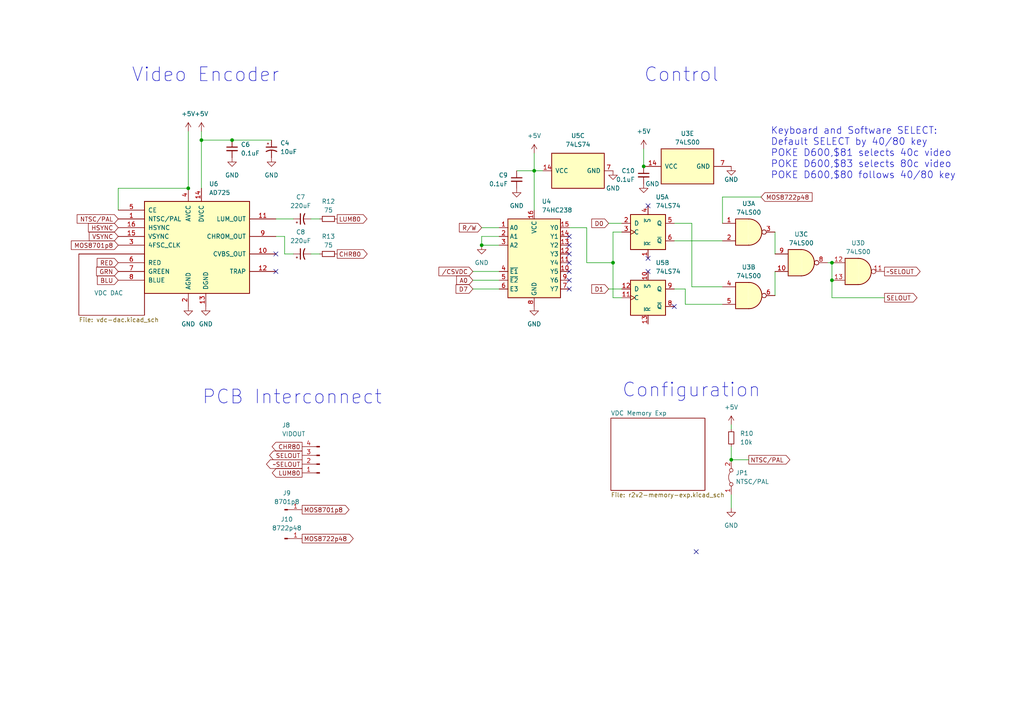
<source format=kicad_sch>
(kicad_sch (version 20230121) (generator eeschema)
  (paper "A4")
  (title_block (title "R2V2 - Commodore 128 Video Switcher") (date "2024-04-21") (rev "A") (company "©2024 Brian Holdsworth") (comment 1 "Many thanks to Steve Gray and Johan Grip for Technical help & Encouragement") (comment 2 "License CC-BY-SA 4.0") (comment 3 "Open Source Hardware"))
  (lib_symbols
    (symbol "74xx:74HC238"
      (property "Reference" "U" (at -7.62 13.97 0))
      (property "Value" "74HC238" (at 2.54 -11.43 0))
      (symbol "74HC238_0_1"
        (rectangle (start -7.62 12.7) (end 7.62 -10.16) (stroke (width 0.254)) (fill (type background)))
      )
      (symbol "74HC238_1_1"
        (pin input line (at -10.16 10.16 0) (length 2.54) (name "A0") (number "1"))
        (pin output line (at 10.16 -2.54 180) (length 2.54) (name "Y5") (number "10"))
        (pin output line (at 10.16 0 180) (length 2.54) (name "Y4") (number "11"))
        (pin output line (at 10.16 2.54 180) (length 2.54) (name "Y3") (number "12"))
        (pin output line (at 10.16 5.08 180) (length 2.54) (name "Y2") (number "13"))
        (pin output line (at 10.16 7.62 180) (length 2.54) (name "Y1") (number "14"))
        (pin output line (at 10.16 10.16 180) (length 2.54) (name "Y0") (number "15"))
        (pin power_in line (at 0 15.24 270) (length 2.54) (name "VCC") (number "16"))
        (pin input line (at -10.16 7.62 0) (length 2.54) (name "A1") (number "2"))
        (pin input line (at -10.16 5.08 0) (length 2.54) (name "A2") (number "3"))
        (pin input line (at -10.16 -2.54 0) (length 2.54) (name "~{E1}") (number "4"))
        (pin input line (at -10.16 -5.08 0) (length 2.54) (name "~{E2}") (number "5"))
        (pin input line (at -10.16 -7.62 0) (length 2.54) (name "E3") (number "6"))
        (pin output line (at 10.16 -7.62 180) (length 2.54) (name "Y7") (number "7"))
        (pin power_in line (at 0 -12.7 90) (length 2.54) (name "GND") (number "8"))
        (pin output line (at 10.16 -5.08 180) (length 2.54) (name "Y6") (number "9"))
      )
    )
    (symbol "74xx:74LS00" (pin_names (offset 1.016))
      (property "Reference" "U" (at 0 1.27 0))
      (property "Value" "74LS00" (at 0 -1.27 0))
      (symbol "74LS00_1_1"
        (arc (start 0 -3.81) (mid 3.7934 0) (end 0 3.81) (stroke (width 0.254)) (fill (type background)))
        (polyline (pts (xy 0 3.81) (xy -3.81 3.81) (xy -3.81 -3.81) (xy 0 -3.81)) (stroke (width 0.254)) (fill (type background)))
        (pin input line (at -7.62 2.54 0) (length 3.81) (name "~") (number "1"))
        (pin input line (at -7.62 -2.54 0) (length 3.81) (name "~") (number "2"))
        (pin output inverted (at 7.62 0 180) (length 3.81) (name "~") (number "3"))
      )
      (symbol "74LS00_1_2"
        (arc (start -3.81 -3.81) (mid -2.589 0) (end -3.81 3.81) (stroke (width 0.254)))
        (arc (start -0.6096 -3.81) (mid 2.1842 -2.5851) (end 3.81 0) (stroke (width 0.254)) (fill (type background)))
        (polyline (pts (xy -3.81 -3.81) (xy -0.635 -3.81)) (stroke (width 0.254)) (fill (type background)))
        (polyline (pts (xy -3.81 3.81) (xy -0.635 3.81)) (stroke (width 0.254)) (fill (type background)))
        (polyline (pts (xy -0.635 3.81) (xy -3.81 3.81) (xy -3.81 3.81) (xy -3.556 3.4036) (xy -3.0226 2.2606) (xy -2.6924 1.0414) (xy -2.6162 -0.254) (xy -2.7686 -1.4986) (xy -3.175 -2.7178) (xy -3.81 -3.81) (xy -3.81 -3.81) (xy -0.635 -3.81)) (stroke (width -25.4)) (fill (type background)))
        (arc (start 3.81 0) (mid 2.1915 2.5936) (end -0.6096 3.81) (stroke (width 0.254)) (fill (type background)))
        (pin input inverted (at -7.62 2.54 0) (length 4.318) (name "~") (number "1"))
        (pin input inverted (at -7.62 -2.54 0) (length 4.318) (name "~") (number "2"))
        (pin output line (at 7.62 0 180) (length 3.81) (name "~") (number "3"))
      )
      (symbol "74LS00_2_1"
        (arc (start 0 -3.81) (mid 3.7934 0) (end 0 3.81) (stroke (width 0.254)) (fill (type background)))
        (polyline (pts (xy 0 3.81) (xy -3.81 3.81) (xy -3.81 -3.81) (xy 0 -3.81)) (stroke (width 0.254)) (fill (type background)))
        (pin input line (at -7.62 2.54 0) (length 3.81) (name "~") (number "4"))
        (pin input line (at -7.62 -2.54 0) (length 3.81) (name "~") (number "5"))
        (pin output inverted (at 7.62 0 180) (length 3.81) (name "~") (number "6"))
      )
      (symbol "74LS00_2_2"
        (arc (start -3.81 -3.81) (mid -2.589 0) (end -3.81 3.81) (stroke (width 0.254)))
        (arc (start -0.6096 -3.81) (mid 2.1842 -2.5851) (end 3.81 0) (stroke (width 0.254)) (fill (type background)))
        (polyline (pts (xy -3.81 -3.81) (xy -0.635 -3.81)) (stroke (width 0.254)) (fill (type background)))
        (polyline (pts (xy -3.81 3.81) (xy -0.635 3.81)) (stroke (width 0.254)) (fill (type background)))
        (polyline (pts (xy -0.635 3.81) (xy -3.81 3.81) (xy -3.81 3.81) (xy -3.556 3.4036) (xy -3.0226 2.2606) (xy -2.6924 1.0414) (xy -2.6162 -0.254) (xy -2.7686 -1.4986) (xy -3.175 -2.7178) (xy -3.81 -3.81) (xy -3.81 -3.81) (xy -0.635 -3.81)) (stroke (width -25.4)) (fill (type background)))
        (arc (start 3.81 0) (mid 2.1915 2.5936) (end -0.6096 3.81) (stroke (width 0.254)) (fill (type background)))
        (pin input inverted (at -7.62 2.54 0) (length 4.318) (name "~") (number "4"))
        (pin input inverted (at -7.62 -2.54 0) (length 4.318) (name "~") (number "5"))
        (pin output line (at 7.62 0 180) (length 3.81) (name "~") (number "6"))
      )
      (symbol "74LS00_3_1"
        (arc (start 0 -3.81) (mid 3.7934 0) (end 0 3.81) (stroke (width 0.254)) (fill (type background)))
        (polyline (pts (xy 0 3.81) (xy -3.81 3.81) (xy -3.81 -3.81) (xy 0 -3.81)) (stroke (width 0.254)) (fill (type background)))
        (pin input line (at -7.62 -2.54 0) (length 3.81) (name "~") (number "10"))
        (pin output inverted (at 7.62 0 180) (length 3.81) (name "~") (number "8"))
        (pin input line (at -7.62 2.54 0) (length 3.81) (name "~") (number "9"))
      )
      (symbol "74LS00_3_2"
        (arc (start -3.81 -3.81) (mid -2.589 0) (end -3.81 3.81) (stroke (width 0.254)))
        (arc (start -0.6096 -3.81) (mid 2.1842 -2.5851) (end 3.81 0) (stroke (width 0.254)) (fill (type background)))
        (polyline (pts (xy -3.81 -3.81) (xy -0.635 -3.81)) (stroke (width 0.254)) (fill (type background)))
        (polyline (pts (xy -3.81 3.81) (xy -0.635 3.81)) (stroke (width 0.254)) (fill (type background)))
        (polyline (pts (xy -0.635 3.81) (xy -3.81 3.81) (xy -3.81 3.81) (xy -3.556 3.4036) (xy -3.0226 2.2606) (xy -2.6924 1.0414) (xy -2.6162 -0.254) (xy -2.7686 -1.4986) (xy -3.175 -2.7178) (xy -3.81 -3.81) (xy -3.81 -3.81) (xy -0.635 -3.81)) (stroke (width -25.4)) (fill (type background)))
        (arc (start 3.81 0) (mid 2.1915 2.5936) (end -0.6096 3.81) (stroke (width 0.254)) (fill (type background)))
        (pin input inverted (at -7.62 -2.54 0) (length 4.318) (name "~") (number "10"))
        (pin output line (at 7.62 0 180) (length 3.81) (name "~") (number "8"))
        (pin input inverted (at -7.62 2.54 0) (length 4.318) (name "~") (number "9"))
      )
      (symbol "74LS00_4_1"
        (arc (start 0 -3.81) (mid 3.7934 0) (end 0 3.81) (stroke (width 0.254)) (fill (type background)))
        (polyline (pts (xy 0 3.81) (xy -3.81 3.81) (xy -3.81 -3.81) (xy 0 -3.81)) (stroke (width 0.254)) (fill (type background)))
        (pin output inverted (at 7.62 0 180) (length 3.81) (name "~") (number "11"))
        (pin input line (at -7.62 2.54 0) (length 3.81) (name "~") (number "12"))
        (pin input line (at -7.62 -2.54 0) (length 3.81) (name "~") (number "13"))
      )
      (symbol "74LS00_4_2"
        (arc (start -3.81 -3.81) (mid -2.589 0) (end -3.81 3.81) (stroke (width 0.254)))
        (arc (start -0.6096 -3.81) (mid 2.1842 -2.5851) (end 3.81 0) (stroke (width 0.254)) (fill (type background)))
        (polyline (pts (xy -3.81 -3.81) (xy -0.635 -3.81)) (stroke (width 0.254)) (fill (type background)))
        (polyline (pts (xy -3.81 3.81) (xy -0.635 3.81)) (stroke (width 0.254)) (fill (type background)))
        (polyline (pts (xy -0.635 3.81) (xy -3.81 3.81) (xy -3.81 3.81) (xy -3.556 3.4036) (xy -3.0226 2.2606) (xy -2.6924 1.0414) (xy -2.6162 -0.254) (xy -2.7686 -1.4986) (xy -3.175 -2.7178) (xy -3.81 -3.81) (xy -3.81 -3.81) (xy -0.635 -3.81)) (stroke (width -25.4)) (fill (type background)))
        (arc (start 3.81 0) (mid 2.1915 2.5936) (end -0.6096 3.81) (stroke (width 0.254)) (fill (type background)))
        (pin output line (at 7.62 0 180) (length 3.81) (name "~") (number "11"))
        (pin input inverted (at -7.62 2.54 0) (length 4.318) (name "~") (number "12"))
        (pin input inverted (at -7.62 -2.54 0) (length 4.318) (name "~") (number "13"))
      )
      (symbol "74LS00_5_0"
        (pin power_in line (at 0 12.7 270) (length 5.08) (name "VCC") (number "14"))
        (pin power_in line (at 0 -12.7 90) (length 5.08) (name "GND") (number "7"))
      )
      (symbol "74LS00_5_1"
        (rectangle (start -5.08 7.62) (end 5.08 -7.62) (stroke (width 0.254)) (fill (type background)))
      )
    )
    (symbol "74xx:74LS74" (pin_names (offset 1.016))
      (property "Reference" "U" (at -7.62 8.89 0))
      (property "Value" "74LS74" (at -7.62 -8.89 0))
      (symbol "74LS74_1_0"
        (pin input line (at 0 -7.62 90) (length 2.54) (name "~{R}") (number "1"))
        (pin input line (at -7.62 2.54 0) (length 2.54) (name "D") (number "2"))
        (pin input clock (at -7.62 0 0) (length 2.54) (name "C") (number "3"))
        (pin input line (at 0 7.62 270) (length 2.54) (name "~{S}") (number "4"))
        (pin output line (at 7.62 2.54 180) (length 2.54) (name "Q") (number "5"))
        (pin output line (at 7.62 -2.54 180) (length 2.54) (name "~{Q}") (number "6"))
      )
      (symbol "74LS74_1_1"
        (rectangle (start -5.08 5.08) (end 5.08 -5.08) (stroke (width 0.254)) (fill (type background)))
      )
      (symbol "74LS74_2_0"
        (pin input line (at 0 7.62 270) (length 2.54) (name "~{S}") (number "10"))
        (pin input clock (at -7.62 0 0) (length 2.54) (name "C") (number "11"))
        (pin input line (at -7.62 2.54 0) (length 2.54) (name "D") (number "12"))
        (pin input line (at 0 -7.62 90) (length 2.54) (name "~{R}") (number "13"))
        (pin output line (at 7.62 -2.54 180) (length 2.54) (name "~{Q}") (number "8"))
        (pin output line (at 7.62 2.54 180) (length 2.54) (name "Q") (number "9"))
      )
      (symbol "74LS74_2_1"
        (rectangle (start -5.08 5.08) (end 5.08 -5.08) (stroke (width 0.254)) (fill (type background)))
      )
      (symbol "74LS74_3_0"
        (pin power_in line (at 0 10.16 270) (length 2.54) (name "VCC") (number "14"))
        (pin power_in line (at 0 -10.16 90) (length 2.54) (name "GND") (number "7"))
      )
      (symbol "74LS74_3_1"
        (rectangle (start -5.08 7.62) (end 5.08 -7.62) (stroke (width 0.254)) (fill (type background)))
      )
    )
    (symbol "Connector:Conn_01x01_Pin" (pin_names (offset 1.016) hide)
      (property "Reference" "J" (at 0 2.54 0))
      (property "Value" "Conn_01x01_Pin" (at 0 -2.54 0))
      (symbol "Conn_01x01_Pin_1_1"
        (polyline (pts (xy 1.27 0) (xy 0.8636 0)) (stroke (width 0.1524)))
        (rectangle (start 0.8636 0.127) (end 0 -0.127) (stroke (width 0.1524)) (fill (type outline)))
        (pin passive line (at 5.08 0 180) (length 3.81) (name "Pin_1") (number "1"))
      )
    )
    (symbol "Connector:Conn_01x04_Pin" (pin_names (offset 1.016) hide)
      (property "Reference" "J" (at 0 5.08 0))
      (property "Value" "Conn_01x04_Pin" (at 0 -7.62 0))
      (symbol "Conn_01x04_Pin_1_1"
        (polyline (pts (xy 1.27 -5.08) (xy 0.8636 -5.08)) (stroke (width 0.1524)))
        (polyline (pts (xy 1.27 -2.54) (xy 0.8636 -2.54)) (stroke (width 0.1524)))
        (polyline (pts (xy 1.27 0) (xy 0.8636 0)) (stroke (width 0.1524)))
        (polyline (pts (xy 1.27 2.54) (xy 0.8636 2.54)) (stroke (width 0.1524)))
        (rectangle (start 0.8636 -4.953) (end 0 -5.207) (stroke (width 0.1524)) (fill (type outline)))
        (rectangle (start 0.8636 -2.413) (end 0 -2.667) (stroke (width 0.1524)) (fill (type outline)))
        (rectangle (start 0.8636 0.127) (end 0 -0.127) (stroke (width 0.1524)) (fill (type outline)))
        (rectangle (start 0.8636 2.667) (end 0 2.413) (stroke (width 0.1524)) (fill (type outline)))
        (pin passive line (at 5.08 2.54 180) (length 3.81) (name "Pin_1") (number "1"))
        (pin passive line (at 5.08 0 180) (length 3.81) (name "Pin_2") (number "2"))
        (pin passive line (at 5.08 -2.54 180) (length 3.81) (name "Pin_3") (number "3"))
        (pin passive line (at 5.08 -5.08 180) (length 3.81) (name "Pin_4") (number "4"))
      )
    )
    (symbol "Device:C_Polarized_Small_US" (pin_numbers hide) (pin_names (offset 0.254) hide)
      (property "Reference" "C" (at 0.254 1.778 0))
      (property "Value" "C_Polarized_Small_US" (at 0.254 -2.032 0))
      (symbol "C_Polarized_Small_US_0_1"
        (polyline (pts (xy -1.524 0.508) (xy 1.524 0.508)) (stroke (width 0.3048)))
        (polyline (pts (xy -1.27 1.524) (xy -0.762 1.524)))
        (polyline (pts (xy -1.016 1.27) (xy -1.016 1.778)))
        (arc (start 1.524 -0.762) (mid 0 -0.3734) (end -1.524 -0.762) (stroke (width 0.3048)))
      )
      (symbol "C_Polarized_Small_US_1_1"
        (pin passive line (at 0 2.54 270) (length 2.032) (name "~") (number "1"))
        (pin passive line (at 0 -2.54 90) (length 2.032) (name "~") (number "2"))
      )
    )
    (symbol "Device:C_Small" (pin_numbers hide) (pin_names (offset 0.254) hide)
      (property "Reference" "C" (at 0.254 1.778 0))
      (property "Value" "C_Small" (at 0.254 -2.032 0))
      (symbol "C_Small_0_1"
        (polyline (pts (xy -1.524 -0.508) (xy 1.524 -0.508)) (stroke (width 0.3302)))
        (polyline (pts (xy -1.524 0.508) (xy 1.524 0.508)) (stroke (width 0.3048)))
      )
      (symbol "C_Small_1_1"
        (pin passive line (at 0 2.54 270) (length 2.032) (name "~") (number "1"))
        (pin passive line (at 0 -2.54 90) (length 2.032) (name "~") (number "2"))
      )
    )
    (symbol "Device:R_Small" (pin_numbers hide) (pin_names (offset 0.254) hide)
      (property "Reference" "R" (at 0.762 0.508 0))
      (property "Value" "R_Small" (at 0.762 -1.016 0))
      (symbol "R_Small_0_1"
        (rectangle (start -0.762 1.778) (end 0.762 -1.778) (stroke (width 0.2032)))
      )
      (symbol "R_Small_1_1"
        (pin passive line (at 0 2.54 270) (length 0.762) (name "~") (number "1"))
        (pin passive line (at 0 -2.54 90) (length 0.762) (name "~") (number "2"))
      )
    )
    (symbol "Jumper:Jumper_2_Bridged" (pin_names (offset 0) hide)
      (property "Reference" "JP" (at 0 1.905 0))
      (property "Value" "Jumper_2_Bridged" (at 0 -2.54 0))
      (symbol "Jumper_2_Bridged_0_0"
        (circle (center -2.032 0) (radius 0.508))
        (circle (center 2.032 0) (radius 0.508))
      )
      (symbol "Jumper_2_Bridged_0_1"
        (arc (start 1.524 0.254) (mid 0 0.762) (end -1.524 0.254))
      )
      (symbol "Jumper_2_Bridged_1_1"
        (pin passive line (at -5.08 0 0) (length 2.54) (name "A") (number "1"))
        (pin passive line (at 5.08 0 180) (length 2.54) (name "B") (number "2"))
      )
    )
    (symbol "Video:AD725" (pin_names (offset 1.016))
      (property "Reference" "U" (at -13.97 13.97 0))
      (property "Value" "AD725" (at 12.7 13.97 0))
      (symbol "AD725_0_1"
        (rectangle (start -15.24 12.7) (end 15.24 -13.97) (stroke (width 0.254)) (fill (type background)))
      )
      (symbol "AD725_1_1"
        (pin input line (at -22.86 7.62 0) (length 7.62) (name "NTSC/PAL") (number "1"))
        (pin output line (at 22.86 -2.54 180) (length 7.62) (name "CVBS_OUT") (number "10"))
        (pin output line (at 22.86 7.62 180) (length 7.62) (name "LUM_OUT") (number "11"))
        (pin input line (at 22.86 -7.62 180) (length 7.62) (name "TRAP") (number "12"))
        (pin power_in line (at 2.54 -17.78 90) (length 3.81) (name "DGND") (number "13"))
        (pin power_in line (at 1.27 16.51 270) (length 3.81) (name "DVCC") (number "14"))
        (pin input line (at -22.86 2.54 0) (length 7.62) (name "VSYNC") (number "15"))
        (pin input line (at -22.86 5.08 0) (length 7.62) (name "HSYNC") (number "16"))
        (pin power_in line (at -2.54 -17.78 90) (length 3.81) (name "AGND") (number "2"))
        (pin input line (at -22.86 0 0) (length 7.62) (name "4FSC_CLK") (number "3"))
        (pin power_in line (at -2.54 16.51 270) (length 3.81) (name "AVCC") (number "4"))
        (pin power_in line (at -22.86 10.16 0) (length 7.62) (name "CE") (number "5"))
        (pin input line (at -22.86 -5.08 0) (length 7.62) (name "RED") (number "6"))
        (pin input line (at -22.86 -7.62 0) (length 7.62) (name "GREEN") (number "7"))
        (pin input line (at -22.86 -10.16 0) (length 7.62) (name "BLUE") (number "8"))
        (pin output line (at 22.86 2.54 180) (length 7.62) (name "CHROM_OUT") (number "9"))
      )
    )
    (symbol "power:+5V" (power) (pin_names (offset 0))
      (property "Value" "+5V" (at 0 3.556 0))
      (symbol "+5V_0_1"
        (polyline (pts (xy -0.762 1.27) (xy 0 2.54)))
        (polyline (pts (xy 0 0) (xy 0 2.54)))
        (polyline (pts (xy 0 2.54) (xy 0.762 1.27)))
      )
      (symbol "+5V_1_1"
        (pin power_in line (at 0 0 90) (length 0) hide (name "+5V") (number "1"))
      )
    )
    (symbol "power:GND" (power) (pin_names (offset 0))
      (property "Value" "GND" (at 0 -3.81 0))
      (symbol "GND_0_1"
        (polyline (pts (xy 0 0) (xy 0 -1.27) (xy 1.27 -1.27) (xy 0 -2.54) (xy -1.27 -1.27) (xy 0 -1.27)))
      )
      (symbol "GND_1_1"
        (pin power_in line (at 0 0 270) (length 0) hide (name "GND") (number "1"))
      )
    )
  )
  (junction (at 212.09 133.35))
  (junction (at 241.3 81.28))
  (junction (at 177.8 76.2))
  (junction (at 186.69 48.26))
  (junction (at 58.42 40.64))
  (junction (at 139.7 71.12))
  (junction (at 67.31 40.64))
  (junction (at 241.3 76.2))
  (junction (at 154.94 49.53))
  (junction (at 54.61 54.61))
  (no_connect (at 201.93 160.02))
  (no_connect (at 187.96 78.74))
  (no_connect (at 165.1 81.28))
  (no_connect (at 187.96 59.69))
  (no_connect (at 165.1 68.58))
  (no_connect (at 195.58 88.9))
  (no_connect (at 165.1 73.66))
  (no_connect (at 165.1 78.74))
  (no_connect (at 165.1 83.82))
  (no_connect (at 165.1 76.2))
  (no_connect (at 187.96 74.93))
  (no_connect (at 165.1 71.12))
  (no_connect (at 80.01 73.66))
  (no_connect (at 80.01 78.74))
  (wire (pts (xy 139.7 66.04) (xy 144.78 66.04)))
  (wire (pts (xy 137.16 81.28) (xy 144.78 81.28)))
  (wire (pts (xy 90.17 63.5) (xy 92.71 63.5)))
  (wire (pts (xy 224.79 85.725) (xy 224.79 78.74)))
  (wire (pts (xy 217.17 133.35) (xy 212.09 133.35)))
  (wire (pts (xy 137.16 83.82) (xy 144.78 83.82)))
  (wire (pts (xy 154.94 49.53) (xy 154.94 60.96)))
  (wire (pts (xy 198.755 83.82) (xy 198.755 88.265)))
  (wire (pts (xy 139.7 68.58) (xy 139.7 71.12)))
  (wire (pts (xy 80.01 63.5) (xy 85.09 63.5)))
  (wire (pts (xy 256.54 86.36) (xy 241.3 86.36)))
  (wire (pts (xy 67.31 40.64) (xy 78.74 40.64)))
  (wire (pts (xy 58.42 38.1) (xy 58.42 40.64)))
  (wire (pts (xy 58.42 40.64) (xy 67.31 40.64)))
  (wire (pts (xy 54.61 38.1) (xy 54.61 54.61)))
  (wire (pts (xy 212.09 123.19) (xy 212.09 124.46)))
  (wire (pts (xy 82.55 68.58) (xy 82.55 73.66)))
  (wire (pts (xy 137.16 78.74) (xy 144.78 78.74)))
  (wire (pts (xy 186.69 43.18) (xy 186.69 48.26)))
  (wire (pts (xy 177.8 67.31) (xy 177.8 76.2)))
  (wire (pts (xy 195.58 69.85) (xy 209.55 69.85)))
  (wire (pts (xy 212.09 129.54) (xy 212.09 133.35)))
  (wire (pts (xy 176.53 64.77) (xy 180.34 64.77)))
  (wire (pts (xy 90.17 73.66) (xy 92.71 73.66)))
  (wire (pts (xy 34.29 54.61) (xy 54.61 54.61)))
  (wire (pts (xy 165.1 66.04) (xy 170.18 66.04)))
  (wire (pts (xy 154.94 44.45) (xy 154.94 49.53)))
  (wire (pts (xy 195.58 64.77) (xy 200.66 64.77)))
  (wire (pts (xy 34.29 54.61) (xy 34.29 60.96)))
  (wire (pts (xy 240.03 76.2) (xy 241.3 76.2)))
  (wire (pts (xy 58.42 40.64) (xy 58.42 54.61)))
  (wire (pts (xy 170.18 76.2) (xy 177.8 76.2)))
  (wire (pts (xy 224.79 67.31) (xy 224.79 73.66)))
  (wire (pts (xy 195.58 83.82) (xy 198.755 83.82)))
  (wire (pts (xy 170.18 66.04) (xy 170.18 76.2)))
  (wire (pts (xy 220.726 57.15) (xy 209.55 57.15)))
  (wire (pts (xy 154.94 49.53) (xy 157.48 49.53)))
  (wire (pts (xy 198.755 88.265) (xy 209.55 88.265)))
  (wire (pts (xy 139.7 68.58) (xy 144.78 68.58)))
  (wire (pts (xy 200.66 64.77) (xy 200.66 83.185)))
  (wire (pts (xy 177.8 86.36) (xy 180.34 86.36)))
  (wire (pts (xy 82.55 73.66) (xy 85.09 73.66)))
  (wire (pts (xy 177.8 67.31) (xy 180.34 67.31)))
  (wire (pts (xy 139.7 71.12) (xy 144.78 71.12)))
  (wire (pts (xy 149.86 49.53) (xy 154.94 49.53)))
  (wire (pts (xy 177.8 76.2) (xy 177.8 86.36)))
  (wire (pts (xy 212.09 143.51) (xy 212.09 147.32)))
  (wire (pts (xy 80.01 68.58) (xy 82.55 68.58)))
  (wire (pts (xy 241.3 86.36) (xy 241.3 81.28)))
  (wire (pts (xy 209.55 57.15) (xy 209.55 64.77)))
  (wire (pts (xy 241.3 81.28) (xy 241.3 76.2)))
  (wire (pts (xy 200.66 83.185) (xy 209.55 83.185)))
  (wire (pts (xy 176.53 83.82) (xy 180.34 83.82)))
  (text "Control" (at 186.69 24.13 0) (effects (font (size 4 4)) (justify left bottom)))
  (text "Video Encoder" (at 38.1 24.13 0) (effects (font (size 4 4)) (justify left bottom)))
  (text "Keyboard and Software SELECT:\nDefault SELECT by 40/80 key\nPOKE D600,$81 selects 40c video\nPOKE D600,$83 selects 80c video\nPOKE D600,$80 follows 40/80 key" (at 223.52 52.07 0) (effects (font (size 2 2)) (justify left bottom)))
  (text "Configuration" (at 180.34 115.57 0) (effects (font (size 4 4)) (justify left bottom)))
  (text "PCB Interconnect" (at 58.547 117.602 0) (effects (font (size 4 4)) (justify left bottom)))
  (global_label "CHR80" (shape output) (at 87.63 129.54 180) (property "Intersheetrefs" "${INTERSHEET_REFS}" (effects hide)))
  (global_label "~SELOUT" (shape output) (at 87.63 134.62 180) (property "Intersheetrefs" "${INTERSHEET_REFS}" (effects hide)))
  (global_label "D0" (shape input) (at 176.53 64.77 180) (property "Intersheetrefs" "${INTERSHEET_REFS}" (effects hide)))
  (global_label "D7" (shape input) (at 137.16 83.82 180) (property "Intersheetrefs" "${INTERSHEET_REFS}" (effects hide)))
  (global_label "NTSC{slash}PAL" (shape output) (at 217.17 133.35 0) (property "Intersheetrefs" "${INTERSHEET_REFS}" (effects hide)))
  (global_label "VSYNC" (shape input) (at 34.29 68.58 180) (property "Intersheetrefs" "${INTERSHEET_REFS}" (effects hide)))
  (global_label "MOS8722p48" (shape output) (at 87.63 156.21 0) (property "Intersheetrefs" "${INTERSHEET_REFS}" (effects hide)))
  (global_label "LUM80" (shape output) (at 97.79 63.5 0) (property "Intersheetrefs" "${INTERSHEET_REFS}" (effects hide)))
  (global_label "MOS8701p8" (shape output) (at 87.63 147.828 0) (property "Intersheetrefs" "${INTERSHEET_REFS}" (effects hide)))
  (global_label "LUM80" (shape output) (at 87.63 137.16 180) (property "Intersheetrefs" "${INTERSHEET_REFS}" (effects hide)))
  (global_label "HSYNC" (shape input) (at 34.29 66.04 180) (property "Intersheetrefs" "${INTERSHEET_REFS}" (effects hide)))
  (global_label "SELOUT" (shape output) (at 87.63 132.08 180) (property "Intersheetrefs" "${INTERSHEET_REFS}" (effects hide)))
  (global_label "GRN" (shape input) (at 34.29 78.74 180) (property "Intersheetrefs" "${INTERSHEET_REFS}" (effects hide)))
  (global_label "{slash}CSVDC" (shape input) (at 137.16 78.74 180) (property "Intersheetrefs" "${INTERSHEET_REFS}" (effects hide)))
  (global_label "CHR80" (shape output) (at 97.79 73.66 0) (property "Intersheetrefs" "${INTERSHEET_REFS}" (effects hide)))
  (global_label "~SELOUT" (shape output) (at 256.54 78.74 0) (property "Intersheetrefs" "${INTERSHEET_REFS}" (effects hide)))
  (global_label "A0" (shape input) (at 137.16 81.28 180) (property "Intersheetrefs" "${INTERSHEET_REFS}" (effects hide)))
  (global_label "MOS8722p48" (shape input) (at 220.726 57.15 0) (property "Intersheetrefs" "${INTERSHEET_REFS}" (effects hide)))
  (global_label "MOS8701p8" (shape input) (at 34.29 71.12 180) (property "Intersheetrefs" "${INTERSHEET_REFS}" (effects hide)))
  (global_label "SELOUT" (shape output) (at 256.54 86.36 0) (property "Intersheetrefs" "${INTERSHEET_REFS}" (effects hide)))
  (global_label "D1" (shape input) (at 176.53 83.82 180) (property "Intersheetrefs" "${INTERSHEET_REFS}" (effects hide)))
  (global_label "NTSC{slash}PAL" (shape input) (at 34.29 63.5 180) (property "Intersheetrefs" "${INTERSHEET_REFS}" (effects hide)))
  (global_label "R{slash}W" (shape input) (at 139.7 66.04 180) (property "Intersheetrefs" "${INTERSHEET_REFS}" (effects hide)))
  (global_label "RED" (shape input) (at 34.29 76.2 180) (property "Intersheetrefs" "${INTERSHEET_REFS}" (effects hide)))
  (global_label "BLU" (shape input) (at 34.29 81.28 180) (property "Intersheetrefs" "${INTERSHEET_REFS}" (effects hide)))
  (symbol (lib_id "74xx:74HC238") (at 154.94 76.2 0) (unit 1)
    (property "Reference" "U4" (at 157.1341 58.42 0) (effects (justify left)))
    (property "Value" "74HC238" (at 157.1341 60.96 0) (effects (justify left)))
    (property "Footprint" "Package_SO:SOIC-16_3.9x9.9mm_P1.27mm" (effects hide))
    (property "Datasheet" "https://www.ti.com/lit/ds/symlink/cd74hc238.pdf" (effects hide))
  )
  (symbol (lib_id "Device:C_Polarized_Small_US") (at 78.74 43.18 0) (unit 1)
    (property "Reference" "C4" (at 81.28 41.4782 0) (effects (justify left)))
    (property "Value" "10uF" (at 81.28 44.0182 0) (effects (justify left)))
    (property "Footprint" "Capacitor_SMD:C_1206_3216Metric" (effects hide))
  )
  (symbol (lib_id "power:GND") (at 177.8 49.53 0) (unit 1)
    (property "Reference" "#PWR031" (effects hide))
    (property "Value" "GND" (at 177.8 54.61 0))
  )
  (symbol (lib_id "power:+5V") (at 212.09 123.19 0) (unit 1)
    (property "Reference" "#PWR06" (effects hide))
    (property "Value" "+5V" (at 212.09 118.11 0))
  )
  (symbol (lib_id "power:+5V") (at 186.69 43.18 0) (unit 1)
    (property "Reference" "#PWR034" (effects hide))
    (property "Value" "+5V" (at 186.69 38.1 0))
  )
  (symbol (lib_id "Device:R_Small") (at 95.25 73.66 270) (unit 1)
    (property "Reference" "R13" (at 95.25 68.58 90))
    (property "Value" "75" (at 95.25 71.12 90))
    (property "Footprint" "Resistor_SMD:R_1206_3216Metric" (effects hide))
  )
  (symbol (lib_id "Device:R_Small") (at 212.09 127 0) (unit 1)
    (property "Reference" "R10" (at 214.63 125.73 0) (effects (justify left)))
    (property "Value" "10k" (at 214.63 128.27 0) (effects (justify left)))
    (property "Footprint" "Resistor_SMD:R_1206_3216Metric" (effects hide))
  )
  (symbol (lib_id "74xx:74LS00") (at 199.39 48.26 90) (unit 5)
    (property "Reference" "U3" (at 199.39 38.735 90))
    (property "Value" "74LS00" (at 199.39 41.275 90))
    (property "Footprint" "Package_SO:SOIC-14_3.9x8.7mm_P1.27mm" (effects hide))
    (property "Datasheet" "http://www.ti.com/lit/gpn/sn74ls00" (effects hide))
  )
  (symbol (lib_id "Device:C_Small") (at 186.69 50.8 0) (mirror y) (unit 1)
    (property "Reference" "C10" (at 184.15 49.5363 0) (effects (justify left)))
    (property "Value" "0.1uF" (at 184.15 52.0763 0) (effects (justify left)))
    (property "Footprint" "Capacitor_SMD:C_1206_3216Metric" (effects hide))
  )
  (symbol (lib_id "power:+5V") (at 58.42 38.1 0) (unit 1)
    (property "Reference" "#PWR011" (effects hide))
    (property "Value" "+5V" (at 58.42 33.02 0))
  )
  (symbol (lib_id "Connector:Conn_01x01_Pin") (at 82.55 156.21 0) (unit 1)
    (property "Reference" "J10" (at 83.185 150.622 0))
    (property "Value" "8722p48" (at 83.185 153.162 0))
    (property "Footprint" "Connector_PinHeader_2.54mm:PinHeader_1x01_P2.54mm_Vertical" (effects hide))
  )
  (symbol (lib_id "74xx:74LS00") (at 232.41 76.2 0) (unit 3)
    (property "Reference" "U3" (at 232.4017 67.945 0))
    (property "Value" "74LS00" (at 232.4017 70.485 0))
    (property "Footprint" "Package_SO:SOIC-14_3.9x8.7mm_P1.27mm" (effects hide))
    (property "Datasheet" "http://www.ti.com/lit/gpn/sn74ls00" (effects hide))
  )
  (symbol (lib_id "power:GND") (at 212.09 147.32 0) (unit 1)
    (property "Reference" "#PWR07" (effects hide))
    (property "Value" "GND" (at 212.09 152.4 0))
  )
  (symbol (lib_id "power:GND") (at 78.74 45.72 0) (unit 1)
    (property "Reference" "#PWR09" (effects hide))
    (property "Value" "GND" (at 78.74 50.8 0))
  )
  (symbol (lib_id "Device:R_Small") (at 95.25 63.5 270) (unit 1)
    (property "Reference" "R12" (at 95.25 58.42 90))
    (property "Value" "75" (at 95.25 60.96 90))
    (property "Footprint" "Resistor_SMD:R_1206_3216Metric" (effects hide))
  )
  (symbol (lib_id "74xx:74LS00") (at 217.17 67.31 0) (unit 1)
    (property "Reference" "U3" (at 217.1617 59.055 0))
    (property "Value" "74LS00" (at 217.1617 61.595 0))
    (property "Footprint" "Package_SO:SOIC-14_3.9x8.7mm_P1.27mm" (effects hide))
    (property "Datasheet" "http://www.ti.com/lit/gpn/sn74ls00" (effects hide))
  )
  (symbol (lib_id "power:GND") (at 154.94 88.9 0) (unit 1)
    (property "Reference" "#PWR032" (effects hide))
    (property "Value" "GND" (at 154.94 93.98 0))
  )
  (symbol (lib_id "Device:C_Polarized_Small_US") (at 87.63 73.66 90) (unit 1)
    (property "Reference" "C8" (at 87.1982 67.31 90))
    (property "Value" "220uF" (at 87.1982 69.85 90))
    (property "Footprint" "Capacitor_SMD:C_1206_3216Metric" (effects hide))
  )
  (symbol (lib_id "power:GND") (at 59.69 88.9 0) (unit 1)
    (property "Reference" "#PWR03" (effects hide))
    (property "Value" "GND" (at 59.69 93.98 0))
  )
  (symbol (lib_id "74xx:74LS74") (at 167.64 49.53 90) (unit 3)
    (property "Reference" "U5" (at 167.64 39.37 90))
    (property "Value" "74LS74" (at 167.64 41.91 90))
    (property "Footprint" "Package_SO:SO-14_3.9x8.65mm_P1.27mm" (effects hide))
    (property "Datasheet" "74xx/74hc_hct74.pdf" (effects hide))
  )
  (symbol (lib_id "power:GND") (at 212.09 48.26 0) (unit 1)
    (property "Reference" "#PWR028" (effects hide))
    (property "Value" "GND" (at 212.09 52.07 0))
  )
  (symbol (lib_id "Connector:Conn_01x04_Pin") (at 92.71 134.62 180) (unit 1)
    (property "Reference" "J8" (at 81.788 123.317 0) (effects (justify right)))
    (property "Value" "VIDOUT" (at 81.788 125.857 0) (effects (justify right)))
    (property "Footprint" "Connector_PinHeader_2.54mm:PinHeader_1x04_P2.54mm_Vertical" (effects hide))
  )
  (symbol (lib_id "Device:C_Small") (at 67.31 43.18 0) (unit 1)
    (property "Reference" "C6" (at 69.85 41.9163 0) (effects (justify left)))
    (property "Value" "0.1uF" (at 69.85 44.4563 0) (effects (justify left)))
    (property "Footprint" "Capacitor_SMD:C_1206_3216Metric" (effects hide))
  )
  (symbol (lib_id "power:GND") (at 139.7 71.12 0) (unit 1)
    (property "Reference" "#PWR01" (effects hide))
    (property "Value" "GND" (at 139.7 76.2 0))
  )
  (symbol (lib_id "power:GND") (at 186.69 53.34 0) (unit 1)
    (property "Reference" "#PWR045" (effects hide))
    (property "Value" "GND" (at 189.23 53.34 0))
  )
  (symbol (lib_id "Device:C_Small") (at 149.86 52.07 0) (mirror y) (unit 1)
    (property "Reference" "C9" (at 147.32 50.8063 0) (effects (justify left)))
    (property "Value" "0.1uF" (at 147.32 53.3463 0) (effects (justify left)))
    (property "Footprint" "Capacitor_SMD:C_1206_3216Metric" (effects hide))
  )
  (symbol (lib_id "74xx:74LS00") (at 248.92 78.74 0) (unit 4)
    (property "Reference" "U3" (at 248.9117 70.485 0))
    (property "Value" "74LS00" (at 248.9117 73.025 0))
    (property "Footprint" "Package_SO:SOIC-14_3.9x8.7mm_P1.27mm" (effects hide))
    (property "Datasheet" "http://www.ti.com/lit/gpn/sn74ls00" (effects hide))
  )
  (symbol (lib_id "74xx:74LS00") (at 217.17 85.725 0) (unit 2)
    (property "Reference" "U3" (at 217.1617 77.47 0))
    (property "Value" "74LS00" (at 217.1617 80.01 0))
    (property "Footprint" "Package_SO:SOIC-14_3.9x8.7mm_P1.27mm" (effects hide))
    (property "Datasheet" "http://www.ti.com/lit/gpn/sn74ls00" (effects hide))
  )
  (symbol (lib_id "74xx:74LS74") (at 187.96 67.31 0) (unit 1)
    (property "Reference" "U5" (at 190.1541 57.15 0) (effects (justify left)))
    (property "Value" "74LS74" (at 190.1541 59.69 0) (effects (justify left)))
    (property "Footprint" "Package_SO:SO-14_3.9x8.65mm_P1.27mm" (effects hide))
    (property "Datasheet" "74xx/74hc_hct74.pdf" (effects hide))
  )
  (symbol (lib_id "Connector:Conn_01x01_Pin") (at 82.55 147.828 0) (unit 1)
    (property "Reference" "J9" (at 83.185 143.002 0))
    (property "Value" "8701p8" (at 83.185 145.542 0))
    (property "Footprint" "Connector_PinHeader_2.54mm:PinHeader_1x01_P2.54mm_Vertical" (effects hide))
  )
  (symbol (lib_id "power:+5V") (at 54.61 38.1 0) (unit 1)
    (property "Reference" "#PWR010" (effects hide))
    (property "Value" "+5V" (at 54.61 33.02 0))
  )
  (symbol (lib_id "Device:C_Polarized_Small_US") (at 87.63 63.5 90) (unit 1)
    (property "Reference" "C7" (at 87.1982 57.15 90))
    (property "Value" "220uF" (at 87.1982 59.69 90))
    (property "Footprint" "Capacitor_SMD:C_1206_3216Metric" (effects hide))
  )
  (symbol (lib_id "Video:AD725") (at 57.15 71.12 0) (unit 1)
    (property "Reference" "U6" (at 60.6141 53.34 0) (effects (justify left)))
    (property "Value" "AD725" (at 60.6141 55.88 0) (effects (justify left)))
    (property "Footprint" "Package_SO:SOIC-16W_7.5x10.3mm_P1.27mm" (effects hide))
    (property "Datasheet" "https://www.analog.com/media/en/technical-documentation/data-sheets/AD725.pdf" (effects hide))
  )
  (symbol (lib_id "Jumper:Jumper_2_Bridged") (at 212.09 138.43 90) (unit 1)
    (property "Reference" "JP1" (at 213.36 137.16 90) (effects (justify right)))
    (property "Value" "NTSC/PAL" (at 213.36 139.7 90) (effects (justify right)))
    (property "Footprint" "Connector_PinHeader_1.27mm:PinHeader_1x02_P1.27mm_Vertical" (effects hide))
  )
  (symbol (lib_id "power:GND") (at 67.31 45.72 0) (unit 1)
    (property "Reference" "#PWR08" (effects hide))
    (property "Value" "GND" (at 67.31 50.8 0))
  )
  (symbol (lib_id "power:GND") (at 149.86 54.61 0) (unit 1)
    (property "Reference" "#PWR044" (effects hide))
    (property "Value" "GND" (at 149.86 59.69 0))
  )
  (symbol (lib_id "power:GND") (at 54.61 88.9 0) (unit 1)
    (property "Reference" "#PWR02" (effects hide))
    (property "Value" "GND" (at 54.61 93.98 0))
  )
  (symbol (lib_id "74xx:74LS74") (at 187.96 86.36 0) (unit 2)
    (property "Reference" "U5" (at 190.1541 76.2 0) (effects (justify left)))
    (property "Value" "74LS74" (at 190.1541 78.74 0) (effects (justify left)))
    (property "Footprint" "Package_SO:SO-14_3.9x8.65mm_P1.27mm" (effects hide))
    (property "Datasheet" "74xx/74hc_hct74.pdf" (effects hide))
  )
  (symbol (lib_id "power:+5V") (at 154.94 44.45 0) (unit 1)
    (property "Reference" "#PWR033" (effects hide))
    (property "Value" "+5V" (at 154.94 39.37 0))
  )
  (sheet (at 177.165 121.285) (size 27.305 20.955) (stroke (width 0.1524))
    (property "Sheetname" "VDC Memory Exp" (at 177.165 120.5734 0) (effects (justify left bottom)))
    (property "Sheetfile" "r2v2-memory-exp.kicad_sch" (at 177.165 142.8246 0) (effects (justify left top)))
  )
  (sheet (at 22.86 73.66) (size 19.05 17.78) (stroke (width 0.1524))
    (property "Sheetname" "VDC DAC" (at 27.305 85.725 0) (effects (justify left bottom)))
    (property "Sheetfile" "vdc-dac.kicad_sch" (at 22.86 92.0246 0) (effects (justify left top)))
  )
)
</source>
